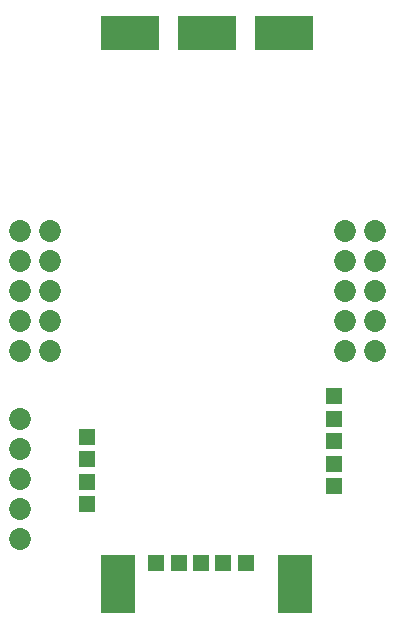
<source format=gbr>
%TF.GenerationSoftware,KiCad,Pcbnew,8.0.6*%
%TF.CreationDate,2024-10-27T10:54:55+01:00*%
%TF.ProjectId,Motor_Driver_carrier_board,4d6f746f-725f-4447-9269-7665725f6361,rev?*%
%TF.SameCoordinates,Original*%
%TF.FileFunction,Soldermask,Top*%
%TF.FilePolarity,Negative*%
%FSLAX46Y46*%
G04 Gerber Fmt 4.6, Leading zero omitted, Abs format (unit mm)*
G04 Created by KiCad (PCBNEW 8.0.6) date 2024-10-27 10:54:55*
%MOMM*%
%LPD*%
G01*
G04 APERTURE LIST*
%ADD10R,5.000000X3.000000*%
%ADD11C,1.853200*%
%ADD12R,1.400000X1.400000*%
%ADD13R,3.000000X5.000000*%
G04 APERTURE END LIST*
D10*
%TO.C,OUT1*%
X127675000Y-46950000D03*
%TD*%
D11*
%TO.C,J3*%
X118385000Y-79640000D03*
X118385000Y-82180000D03*
X118385000Y-84720000D03*
X118385000Y-87260000D03*
X118385000Y-89800000D03*
%TD*%
D12*
%TO.C,GND*%
X144925000Y-85350000D03*
%TD*%
%TO.C,5V*%
X129875000Y-91875000D03*
%TD*%
%TO.C,GND*%
X137475000Y-91875000D03*
%TD*%
D13*
%TO.C,+24V*%
X141675000Y-93675000D03*
%TD*%
%TO.C,-24V*%
X126675000Y-93675000D03*
%TD*%
D10*
%TO.C,OUT3*%
X140675000Y-46950000D03*
%TD*%
%TO.C,OUT2*%
X134175000Y-46950000D03*
%TD*%
D11*
%TO.C,J1*%
X120925000Y-73870000D03*
X118385000Y-73870000D03*
X120925000Y-71330000D03*
X118385000Y-71330000D03*
X120925000Y-68790000D03*
X118385000Y-68790000D03*
X120925000Y-66250000D03*
X118385000Y-66250000D03*
X120925000Y-63710000D03*
X118385000Y-63710000D03*
%TD*%
D12*
%TO.C,PWM*%
X135575000Y-91875000D03*
%TD*%
%TO.C,H2*%
X144925000Y-79650000D03*
%TD*%
%TO.C,5V*%
X144925000Y-83450000D03*
%TD*%
%TO.C,SWDIO*%
X124000000Y-81175000D03*
%TD*%
%TO.C,H1*%
X144925000Y-77750000D03*
%TD*%
%TO.C,TX*%
X131775000Y-91875000D03*
%TD*%
%TO.C,GND*%
X124000000Y-86875000D03*
%TD*%
%TO.C,SWCLK*%
X124000000Y-83075000D03*
%TD*%
%TO.C,+3.3V*%
X124000000Y-84975000D03*
%TD*%
%TO.C,RX*%
X133675000Y-91875000D03*
%TD*%
%TO.C,H3*%
X144925000Y-81550000D03*
%TD*%
D11*
%TO.C,J2*%
X148395000Y-73870000D03*
X145855000Y-73870000D03*
X148395000Y-71330000D03*
X145855000Y-71330000D03*
X148395000Y-68790000D03*
X145855000Y-68790000D03*
X148395000Y-66250000D03*
X145855000Y-66250000D03*
X148395000Y-63710000D03*
X145855000Y-63710000D03*
%TD*%
M02*

</source>
